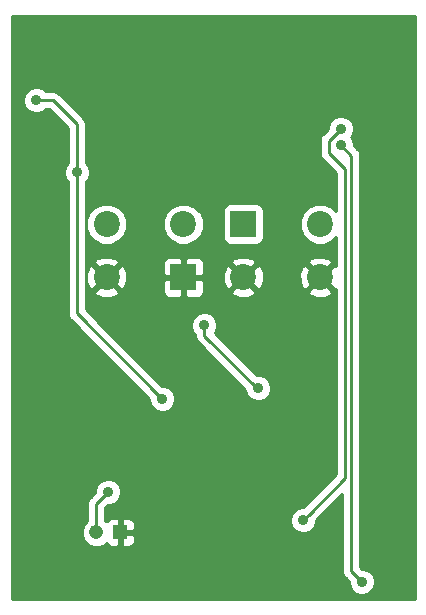
<source format=gbr>
G04 #@! TF.GenerationSoftware,KiCad,Pcbnew,(5.0.2)-1*
G04 #@! TF.CreationDate,2019-02-05T14:57:58-06:00*
G04 #@! TF.ProjectId,esp-8266-temp-sensor,6573702d-3832-4363-962d-74656d702d73,rev?*
G04 #@! TF.SameCoordinates,Original*
G04 #@! TF.FileFunction,Copper,L2,Bot*
G04 #@! TF.FilePolarity,Positive*
%FSLAX46Y46*%
G04 Gerber Fmt 4.6, Leading zero omitted, Abs format (unit mm)*
G04 Created by KiCad (PCBNEW (5.0.2)-1) date 2/5/2019 2:57:58 PM*
%MOMM*%
%LPD*%
G01*
G04 APERTURE LIST*
G04 #@! TA.AperFunction,ComponentPad*
%ADD10R,1.208000X1.208000*%
G04 #@! TD*
G04 #@! TA.AperFunction,ComponentPad*
%ADD11C,1.208000*%
G04 #@! TD*
G04 #@! TA.AperFunction,ComponentPad*
%ADD12C,2.200000*%
G04 #@! TD*
G04 #@! TA.AperFunction,ComponentPad*
%ADD13R,2.200000X2.200000*%
G04 #@! TD*
G04 #@! TA.AperFunction,ViaPad*
%ADD14C,0.914400*%
G04 #@! TD*
G04 #@! TA.AperFunction,Conductor*
%ADD15C,0.254000*%
G04 #@! TD*
G04 APERTURE END LIST*
D10*
G04 #@! TO.P,J2,1*
G04 #@! TO.N,GND*
X111490000Y-120650000D03*
D11*
G04 #@! TO.P,J2,2*
G04 #@! TO.N,Net-(D1-Pad2)*
X109490000Y-120650000D03*
G04 #@! TD*
D12*
G04 #@! TO.P,S1,3*
G04 #@! TO.N,Net-(R6-Pad2)*
X116840000Y-94560000D03*
G04 #@! TO.P,S1,4*
X110340000Y-94560000D03*
G04 #@! TO.P,S1,2*
G04 #@! TO.N,GND*
X110340000Y-99060000D03*
D13*
G04 #@! TO.P,S1,1*
X116840000Y-99060000D03*
G04 #@! TD*
G04 #@! TO.P,S2,1*
G04 #@! TO.N,Net-(C4-Pad1)*
X121920000Y-94560000D03*
D12*
G04 #@! TO.P,S2,2*
X128420000Y-94560000D03*
G04 #@! TO.P,S2,4*
G04 #@! TO.N,GND*
X128420000Y-99060000D03*
G04 #@! TO.P,S2,3*
X121920000Y-99060000D03*
G04 #@! TD*
D14*
G04 #@! TO.N,GND*
X103759000Y-80518000D03*
X103632000Y-87757000D03*
X117856000Y-114935000D03*
X132842000Y-78613000D03*
X120904000Y-103759000D03*
X104902000Y-103378000D03*
X127508000Y-110236000D03*
G04 #@! TO.N,Net-(D1-Pad2)*
X110490000Y-117221000D03*
G04 #@! TO.N,RXD*
X131953000Y-124841000D03*
G04 #@! TO.N,TXD*
X127000000Y-119634000D03*
X130175000Y-86487000D03*
G04 #@! TO.N,RXD*
X130175000Y-87884000D03*
G04 #@! TO.N,+3V3*
X115062000Y-109347000D03*
X107823000Y-90170000D03*
X104394000Y-84074000D03*
G04 #@! TO.N,SDA*
X118618000Y-103124000D03*
X123190000Y-108458000D03*
G04 #@! TD*
D15*
G04 #@! TO.N,+3V3*
X104394000Y-84074000D02*
X105791000Y-84074000D01*
X107823000Y-86106000D02*
X107823000Y-90170000D01*
X105791000Y-84074000D02*
X107823000Y-86106000D01*
X107823000Y-102108000D02*
X115062000Y-109347000D01*
X107823000Y-90170000D02*
X107823000Y-102108000D01*
G04 #@! TO.N,SDA*
X123063000Y-108458000D02*
X123190000Y-108458000D01*
X118618000Y-103124000D02*
X118618000Y-104013000D01*
X118618000Y-104013000D02*
X123063000Y-108458000D01*
G04 #@! TO.N,Net-(D1-Pad2)*
X109490000Y-118221000D02*
X110490000Y-117221000D01*
X109490000Y-118221000D02*
X109490000Y-120650000D01*
G04 #@! TO.N,TXD*
X127457199Y-119176801D02*
X127000000Y-119634000D01*
X130556000Y-116078000D02*
X127457199Y-119176801D01*
X130556000Y-89916000D02*
X130556000Y-116078000D01*
X129159000Y-88519000D02*
X130556000Y-89916000D01*
X130175000Y-86487000D02*
X129159000Y-87503000D01*
X129159000Y-87503000D02*
X129159000Y-88519000D01*
G04 #@! TO.N,RXD*
X131064000Y-123952000D02*
X131953000Y-124841000D01*
X130175000Y-87884000D02*
X131064000Y-88773000D01*
X131064000Y-88773000D02*
X131064000Y-123952000D01*
G04 #@! TD*
G04 #@! TO.N,GND*
G36*
X136450001Y-126290000D02*
X102310000Y-126290000D01*
X102310000Y-120403548D01*
X108251000Y-120403548D01*
X108251000Y-120896452D01*
X108439627Y-121351837D01*
X108788163Y-121700373D01*
X109243548Y-121889000D01*
X109736452Y-121889000D01*
X110191837Y-121700373D01*
X110327416Y-121564794D01*
X110347673Y-121613699D01*
X110526302Y-121792327D01*
X110759691Y-121889000D01*
X111204250Y-121889000D01*
X111363000Y-121730250D01*
X111363000Y-120777000D01*
X111617000Y-120777000D01*
X111617000Y-121730250D01*
X111775750Y-121889000D01*
X112220309Y-121889000D01*
X112453698Y-121792327D01*
X112632327Y-121613699D01*
X112729000Y-121380310D01*
X112729000Y-120935750D01*
X112570250Y-120777000D01*
X111617000Y-120777000D01*
X111363000Y-120777000D01*
X111343000Y-120777000D01*
X111343000Y-120523000D01*
X111363000Y-120523000D01*
X111363000Y-119569750D01*
X111617000Y-119569750D01*
X111617000Y-120523000D01*
X112570250Y-120523000D01*
X112729000Y-120364250D01*
X112729000Y-119919690D01*
X112632327Y-119686301D01*
X112453698Y-119507673D01*
X112234186Y-119416748D01*
X125907800Y-119416748D01*
X125907800Y-119851252D01*
X126074078Y-120252681D01*
X126381319Y-120559922D01*
X126782748Y-120726200D01*
X127217252Y-120726200D01*
X127618681Y-120559922D01*
X127925922Y-120252681D01*
X128092200Y-119851252D01*
X128092200Y-119619430D01*
X130302001Y-117409630D01*
X130302001Y-123876952D01*
X130287073Y-123952000D01*
X130302001Y-124027048D01*
X130346213Y-124249317D01*
X130514630Y-124501371D01*
X130578251Y-124543881D01*
X130860800Y-124826430D01*
X130860800Y-125058252D01*
X131027078Y-125459681D01*
X131334319Y-125766922D01*
X131735748Y-125933200D01*
X132170252Y-125933200D01*
X132571681Y-125766922D01*
X132878922Y-125459681D01*
X133045200Y-125058252D01*
X133045200Y-124623748D01*
X132878922Y-124222319D01*
X132571681Y-123915078D01*
X132170252Y-123748800D01*
X131938430Y-123748800D01*
X131826000Y-123636370D01*
X131826000Y-88848047D01*
X131840928Y-88773000D01*
X131787158Y-88502681D01*
X131781788Y-88475683D01*
X131613371Y-88223629D01*
X131549750Y-88181119D01*
X131267200Y-87898569D01*
X131267200Y-87666748D01*
X131100922Y-87265319D01*
X131021103Y-87185500D01*
X131100922Y-87105681D01*
X131267200Y-86704252D01*
X131267200Y-86269748D01*
X131100922Y-85868319D01*
X130793681Y-85561078D01*
X130392252Y-85394800D01*
X129957748Y-85394800D01*
X129556319Y-85561078D01*
X129249078Y-85868319D01*
X129082800Y-86269748D01*
X129082800Y-86501570D01*
X128673253Y-86911117D01*
X128609629Y-86953629D01*
X128441212Y-87205684D01*
X128397000Y-87427953D01*
X128397000Y-87427957D01*
X128382073Y-87503000D01*
X128397000Y-87578044D01*
X128397001Y-88443952D01*
X128382073Y-88519000D01*
X128397001Y-88594048D01*
X128441213Y-88816317D01*
X128609630Y-89068371D01*
X128673251Y-89110881D01*
X129794000Y-90231631D01*
X129794000Y-93480339D01*
X129402799Y-93089138D01*
X128765113Y-92825000D01*
X128074887Y-92825000D01*
X127437201Y-93089138D01*
X126949138Y-93577201D01*
X126685000Y-94214887D01*
X126685000Y-94905113D01*
X126949138Y-95542799D01*
X127437201Y-96030862D01*
X128074887Y-96295000D01*
X128765113Y-96295000D01*
X129402799Y-96030862D01*
X129794000Y-95639661D01*
X129794000Y-98074396D01*
X129644868Y-98014737D01*
X128599605Y-99060000D01*
X129644868Y-100105263D01*
X129794000Y-100045604D01*
X129794001Y-115762368D01*
X127014570Y-118541800D01*
X126782748Y-118541800D01*
X126381319Y-118708078D01*
X126074078Y-119015319D01*
X125907800Y-119416748D01*
X112234186Y-119416748D01*
X112220309Y-119411000D01*
X111775750Y-119411000D01*
X111617000Y-119569750D01*
X111363000Y-119569750D01*
X111204250Y-119411000D01*
X110759691Y-119411000D01*
X110526302Y-119507673D01*
X110347673Y-119686301D01*
X110327416Y-119735206D01*
X110252000Y-119659790D01*
X110252000Y-118536630D01*
X110475430Y-118313200D01*
X110707252Y-118313200D01*
X111108681Y-118146922D01*
X111415922Y-117839681D01*
X111582200Y-117438252D01*
X111582200Y-117003748D01*
X111415922Y-116602319D01*
X111108681Y-116295078D01*
X110707252Y-116128800D01*
X110272748Y-116128800D01*
X109871319Y-116295078D01*
X109564078Y-116602319D01*
X109397800Y-117003748D01*
X109397800Y-117235570D01*
X109004253Y-117629117D01*
X108940629Y-117671629D01*
X108772212Y-117923684D01*
X108728000Y-118145953D01*
X108728000Y-118145957D01*
X108713073Y-118221000D01*
X108728000Y-118296043D01*
X108728001Y-119659789D01*
X108439627Y-119948163D01*
X108251000Y-120403548D01*
X102310000Y-120403548D01*
X102310000Y-83856748D01*
X103301800Y-83856748D01*
X103301800Y-84291252D01*
X103468078Y-84692681D01*
X103775319Y-84999922D01*
X104176748Y-85166200D01*
X104611252Y-85166200D01*
X105012681Y-84999922D01*
X105176603Y-84836000D01*
X105475370Y-84836000D01*
X107061000Y-86421631D01*
X107061001Y-89387396D01*
X106897078Y-89551319D01*
X106730800Y-89952748D01*
X106730800Y-90387252D01*
X106897078Y-90788681D01*
X107061000Y-90952603D01*
X107061001Y-102032952D01*
X107046073Y-102108000D01*
X107105213Y-102405317D01*
X107218344Y-102574629D01*
X107273630Y-102657371D01*
X107337251Y-102699881D01*
X113969800Y-109332431D01*
X113969800Y-109564252D01*
X114136078Y-109965681D01*
X114443319Y-110272922D01*
X114844748Y-110439200D01*
X115279252Y-110439200D01*
X115680681Y-110272922D01*
X115987922Y-109965681D01*
X116154200Y-109564252D01*
X116154200Y-109129748D01*
X115987922Y-108728319D01*
X115680681Y-108421078D01*
X115279252Y-108254800D01*
X115047431Y-108254800D01*
X109699379Y-102906748D01*
X117525800Y-102906748D01*
X117525800Y-103341252D01*
X117692078Y-103742681D01*
X117856001Y-103906604D01*
X117856001Y-103937953D01*
X117841073Y-104013000D01*
X117856001Y-104088048D01*
X117900213Y-104310317D01*
X118068630Y-104562371D01*
X118132251Y-104604881D01*
X122097800Y-108570431D01*
X122097800Y-108675252D01*
X122264078Y-109076681D01*
X122571319Y-109383922D01*
X122972748Y-109550200D01*
X123407252Y-109550200D01*
X123808681Y-109383922D01*
X124115922Y-109076681D01*
X124282200Y-108675252D01*
X124282200Y-108240748D01*
X124115922Y-107839319D01*
X123808681Y-107532078D01*
X123407252Y-107365800D01*
X123048431Y-107365800D01*
X119484617Y-103801986D01*
X119543922Y-103742681D01*
X119710200Y-103341252D01*
X119710200Y-102906748D01*
X119543922Y-102505319D01*
X119236681Y-102198078D01*
X118835252Y-102031800D01*
X118400748Y-102031800D01*
X117999319Y-102198078D01*
X117692078Y-102505319D01*
X117525800Y-102906748D01*
X109699379Y-102906748D01*
X108585000Y-101792370D01*
X108585000Y-100284868D01*
X109294737Y-100284868D01*
X109405641Y-100562099D01*
X110051593Y-100805323D01*
X110741453Y-100782836D01*
X111274359Y-100562099D01*
X111385263Y-100284868D01*
X110340000Y-99239605D01*
X109294737Y-100284868D01*
X108585000Y-100284868D01*
X108585000Y-98771593D01*
X108594677Y-98771593D01*
X108617164Y-99461453D01*
X108837901Y-99994359D01*
X109115132Y-100105263D01*
X110160395Y-99060000D01*
X110519605Y-99060000D01*
X111564868Y-100105263D01*
X111842099Y-99994359D01*
X112085323Y-99348407D01*
X112085237Y-99345750D01*
X115105000Y-99345750D01*
X115105000Y-100286310D01*
X115201673Y-100519699D01*
X115380302Y-100698327D01*
X115613691Y-100795000D01*
X116554250Y-100795000D01*
X116713000Y-100636250D01*
X116713000Y-99187000D01*
X116967000Y-99187000D01*
X116967000Y-100636250D01*
X117125750Y-100795000D01*
X118066309Y-100795000D01*
X118299698Y-100698327D01*
X118478327Y-100519699D01*
X118575000Y-100286310D01*
X118575000Y-100284868D01*
X120874737Y-100284868D01*
X120985641Y-100562099D01*
X121631593Y-100805323D01*
X122321453Y-100782836D01*
X122854359Y-100562099D01*
X122965263Y-100284868D01*
X127374737Y-100284868D01*
X127485641Y-100562099D01*
X128131593Y-100805323D01*
X128821453Y-100782836D01*
X129354359Y-100562099D01*
X129465263Y-100284868D01*
X128420000Y-99239605D01*
X127374737Y-100284868D01*
X122965263Y-100284868D01*
X121920000Y-99239605D01*
X120874737Y-100284868D01*
X118575000Y-100284868D01*
X118575000Y-99345750D01*
X118416250Y-99187000D01*
X116967000Y-99187000D01*
X116713000Y-99187000D01*
X115263750Y-99187000D01*
X115105000Y-99345750D01*
X112085237Y-99345750D01*
X112062836Y-98658547D01*
X111842099Y-98125641D01*
X111564868Y-98014737D01*
X110519605Y-99060000D01*
X110160395Y-99060000D01*
X109115132Y-98014737D01*
X108837901Y-98125641D01*
X108594677Y-98771593D01*
X108585000Y-98771593D01*
X108585000Y-97835132D01*
X109294737Y-97835132D01*
X110340000Y-98880395D01*
X111385263Y-97835132D01*
X111384687Y-97833690D01*
X115105000Y-97833690D01*
X115105000Y-98774250D01*
X115263750Y-98933000D01*
X116713000Y-98933000D01*
X116713000Y-97483750D01*
X116967000Y-97483750D01*
X116967000Y-98933000D01*
X118416250Y-98933000D01*
X118575000Y-98774250D01*
X118575000Y-98771593D01*
X120174677Y-98771593D01*
X120197164Y-99461453D01*
X120417901Y-99994359D01*
X120695132Y-100105263D01*
X121740395Y-99060000D01*
X122099605Y-99060000D01*
X123144868Y-100105263D01*
X123422099Y-99994359D01*
X123665323Y-99348407D01*
X123646521Y-98771593D01*
X126674677Y-98771593D01*
X126697164Y-99461453D01*
X126917901Y-99994359D01*
X127195132Y-100105263D01*
X128240395Y-99060000D01*
X127195132Y-98014737D01*
X126917901Y-98125641D01*
X126674677Y-98771593D01*
X123646521Y-98771593D01*
X123642836Y-98658547D01*
X123422099Y-98125641D01*
X123144868Y-98014737D01*
X122099605Y-99060000D01*
X121740395Y-99060000D01*
X120695132Y-98014737D01*
X120417901Y-98125641D01*
X120174677Y-98771593D01*
X118575000Y-98771593D01*
X118575000Y-97835132D01*
X120874737Y-97835132D01*
X121920000Y-98880395D01*
X122965263Y-97835132D01*
X127374737Y-97835132D01*
X128420000Y-98880395D01*
X129465263Y-97835132D01*
X129354359Y-97557901D01*
X128708407Y-97314677D01*
X128018547Y-97337164D01*
X127485641Y-97557901D01*
X127374737Y-97835132D01*
X122965263Y-97835132D01*
X122854359Y-97557901D01*
X122208407Y-97314677D01*
X121518547Y-97337164D01*
X120985641Y-97557901D01*
X120874737Y-97835132D01*
X118575000Y-97835132D01*
X118575000Y-97833690D01*
X118478327Y-97600301D01*
X118299698Y-97421673D01*
X118066309Y-97325000D01*
X117125750Y-97325000D01*
X116967000Y-97483750D01*
X116713000Y-97483750D01*
X116554250Y-97325000D01*
X115613691Y-97325000D01*
X115380302Y-97421673D01*
X115201673Y-97600301D01*
X115105000Y-97833690D01*
X111384687Y-97833690D01*
X111274359Y-97557901D01*
X110628407Y-97314677D01*
X109938547Y-97337164D01*
X109405641Y-97557901D01*
X109294737Y-97835132D01*
X108585000Y-97835132D01*
X108585000Y-94214887D01*
X108605000Y-94214887D01*
X108605000Y-94905113D01*
X108869138Y-95542799D01*
X109357201Y-96030862D01*
X109994887Y-96295000D01*
X110685113Y-96295000D01*
X111322799Y-96030862D01*
X111810862Y-95542799D01*
X112075000Y-94905113D01*
X112075000Y-94214887D01*
X115105000Y-94214887D01*
X115105000Y-94905113D01*
X115369138Y-95542799D01*
X115857201Y-96030862D01*
X116494887Y-96295000D01*
X117185113Y-96295000D01*
X117822799Y-96030862D01*
X118310862Y-95542799D01*
X118575000Y-94905113D01*
X118575000Y-94214887D01*
X118310862Y-93577201D01*
X118193661Y-93460000D01*
X120172560Y-93460000D01*
X120172560Y-95660000D01*
X120221843Y-95907765D01*
X120362191Y-96117809D01*
X120572235Y-96258157D01*
X120820000Y-96307440D01*
X123020000Y-96307440D01*
X123267765Y-96258157D01*
X123477809Y-96117809D01*
X123618157Y-95907765D01*
X123667440Y-95660000D01*
X123667440Y-93460000D01*
X123618157Y-93212235D01*
X123477809Y-93002191D01*
X123267765Y-92861843D01*
X123020000Y-92812560D01*
X120820000Y-92812560D01*
X120572235Y-92861843D01*
X120362191Y-93002191D01*
X120221843Y-93212235D01*
X120172560Y-93460000D01*
X118193661Y-93460000D01*
X117822799Y-93089138D01*
X117185113Y-92825000D01*
X116494887Y-92825000D01*
X115857201Y-93089138D01*
X115369138Y-93577201D01*
X115105000Y-94214887D01*
X112075000Y-94214887D01*
X111810862Y-93577201D01*
X111322799Y-93089138D01*
X110685113Y-92825000D01*
X109994887Y-92825000D01*
X109357201Y-93089138D01*
X108869138Y-93577201D01*
X108605000Y-94214887D01*
X108585000Y-94214887D01*
X108585000Y-90952603D01*
X108748922Y-90788681D01*
X108915200Y-90387252D01*
X108915200Y-89952748D01*
X108748922Y-89551319D01*
X108585000Y-89387397D01*
X108585000Y-86181043D01*
X108599927Y-86106000D01*
X108585000Y-86030957D01*
X108585000Y-86030952D01*
X108540788Y-85808683D01*
X108372371Y-85556629D01*
X108308750Y-85514119D01*
X106382883Y-83588253D01*
X106340371Y-83524629D01*
X106088317Y-83356212D01*
X105866048Y-83312000D01*
X105866043Y-83312000D01*
X105791000Y-83297073D01*
X105715957Y-83312000D01*
X105176603Y-83312000D01*
X105012681Y-83148078D01*
X104611252Y-82981800D01*
X104176748Y-82981800D01*
X103775319Y-83148078D01*
X103468078Y-83455319D01*
X103301800Y-83856748D01*
X102310000Y-83856748D01*
X102310000Y-76910000D01*
X136450000Y-76910000D01*
X136450001Y-126290000D01*
X136450001Y-126290000D01*
G37*
X136450001Y-126290000D02*
X102310000Y-126290000D01*
X102310000Y-120403548D01*
X108251000Y-120403548D01*
X108251000Y-120896452D01*
X108439627Y-121351837D01*
X108788163Y-121700373D01*
X109243548Y-121889000D01*
X109736452Y-121889000D01*
X110191837Y-121700373D01*
X110327416Y-121564794D01*
X110347673Y-121613699D01*
X110526302Y-121792327D01*
X110759691Y-121889000D01*
X111204250Y-121889000D01*
X111363000Y-121730250D01*
X111363000Y-120777000D01*
X111617000Y-120777000D01*
X111617000Y-121730250D01*
X111775750Y-121889000D01*
X112220309Y-121889000D01*
X112453698Y-121792327D01*
X112632327Y-121613699D01*
X112729000Y-121380310D01*
X112729000Y-120935750D01*
X112570250Y-120777000D01*
X111617000Y-120777000D01*
X111363000Y-120777000D01*
X111343000Y-120777000D01*
X111343000Y-120523000D01*
X111363000Y-120523000D01*
X111363000Y-119569750D01*
X111617000Y-119569750D01*
X111617000Y-120523000D01*
X112570250Y-120523000D01*
X112729000Y-120364250D01*
X112729000Y-119919690D01*
X112632327Y-119686301D01*
X112453698Y-119507673D01*
X112234186Y-119416748D01*
X125907800Y-119416748D01*
X125907800Y-119851252D01*
X126074078Y-120252681D01*
X126381319Y-120559922D01*
X126782748Y-120726200D01*
X127217252Y-120726200D01*
X127618681Y-120559922D01*
X127925922Y-120252681D01*
X128092200Y-119851252D01*
X128092200Y-119619430D01*
X130302001Y-117409630D01*
X130302001Y-123876952D01*
X130287073Y-123952000D01*
X130302001Y-124027048D01*
X130346213Y-124249317D01*
X130514630Y-124501371D01*
X130578251Y-124543881D01*
X130860800Y-124826430D01*
X130860800Y-125058252D01*
X131027078Y-125459681D01*
X131334319Y-125766922D01*
X131735748Y-125933200D01*
X132170252Y-125933200D01*
X132571681Y-125766922D01*
X132878922Y-125459681D01*
X133045200Y-125058252D01*
X133045200Y-124623748D01*
X132878922Y-124222319D01*
X132571681Y-123915078D01*
X132170252Y-123748800D01*
X131938430Y-123748800D01*
X131826000Y-123636370D01*
X131826000Y-88848047D01*
X131840928Y-88773000D01*
X131787158Y-88502681D01*
X131781788Y-88475683D01*
X131613371Y-88223629D01*
X131549750Y-88181119D01*
X131267200Y-87898569D01*
X131267200Y-87666748D01*
X131100922Y-87265319D01*
X131021103Y-87185500D01*
X131100922Y-87105681D01*
X131267200Y-86704252D01*
X131267200Y-86269748D01*
X131100922Y-85868319D01*
X130793681Y-85561078D01*
X130392252Y-85394800D01*
X129957748Y-85394800D01*
X129556319Y-85561078D01*
X129249078Y-85868319D01*
X129082800Y-86269748D01*
X129082800Y-86501570D01*
X128673253Y-86911117D01*
X128609629Y-86953629D01*
X128441212Y-87205684D01*
X128397000Y-87427953D01*
X128397000Y-87427957D01*
X128382073Y-87503000D01*
X128397000Y-87578044D01*
X128397001Y-88443952D01*
X128382073Y-88519000D01*
X128397001Y-88594048D01*
X128441213Y-88816317D01*
X128609630Y-89068371D01*
X128673251Y-89110881D01*
X129794000Y-90231631D01*
X129794000Y-93480339D01*
X129402799Y-93089138D01*
X128765113Y-92825000D01*
X128074887Y-92825000D01*
X127437201Y-93089138D01*
X126949138Y-93577201D01*
X126685000Y-94214887D01*
X126685000Y-94905113D01*
X126949138Y-95542799D01*
X127437201Y-96030862D01*
X128074887Y-96295000D01*
X128765113Y-96295000D01*
X129402799Y-96030862D01*
X129794000Y-95639661D01*
X129794000Y-98074396D01*
X129644868Y-98014737D01*
X128599605Y-99060000D01*
X129644868Y-100105263D01*
X129794000Y-100045604D01*
X129794001Y-115762368D01*
X127014570Y-118541800D01*
X126782748Y-118541800D01*
X126381319Y-118708078D01*
X126074078Y-119015319D01*
X125907800Y-119416748D01*
X112234186Y-119416748D01*
X112220309Y-119411000D01*
X111775750Y-119411000D01*
X111617000Y-119569750D01*
X111363000Y-119569750D01*
X111204250Y-119411000D01*
X110759691Y-119411000D01*
X110526302Y-119507673D01*
X110347673Y-119686301D01*
X110327416Y-119735206D01*
X110252000Y-119659790D01*
X110252000Y-118536630D01*
X110475430Y-118313200D01*
X110707252Y-118313200D01*
X111108681Y-118146922D01*
X111415922Y-117839681D01*
X111582200Y-117438252D01*
X111582200Y-117003748D01*
X111415922Y-116602319D01*
X111108681Y-116295078D01*
X110707252Y-116128800D01*
X110272748Y-116128800D01*
X109871319Y-116295078D01*
X109564078Y-116602319D01*
X109397800Y-117003748D01*
X109397800Y-117235570D01*
X109004253Y-117629117D01*
X108940629Y-117671629D01*
X108772212Y-117923684D01*
X108728000Y-118145953D01*
X108728000Y-118145957D01*
X108713073Y-118221000D01*
X108728000Y-118296043D01*
X108728001Y-119659789D01*
X108439627Y-119948163D01*
X108251000Y-120403548D01*
X102310000Y-120403548D01*
X102310000Y-83856748D01*
X103301800Y-83856748D01*
X103301800Y-84291252D01*
X103468078Y-84692681D01*
X103775319Y-84999922D01*
X104176748Y-85166200D01*
X104611252Y-85166200D01*
X105012681Y-84999922D01*
X105176603Y-84836000D01*
X105475370Y-84836000D01*
X107061000Y-86421631D01*
X107061001Y-89387396D01*
X106897078Y-89551319D01*
X106730800Y-89952748D01*
X106730800Y-90387252D01*
X106897078Y-90788681D01*
X107061000Y-90952603D01*
X107061001Y-102032952D01*
X107046073Y-102108000D01*
X107105213Y-102405317D01*
X107218344Y-102574629D01*
X107273630Y-102657371D01*
X107337251Y-102699881D01*
X113969800Y-109332431D01*
X113969800Y-109564252D01*
X114136078Y-109965681D01*
X114443319Y-110272922D01*
X114844748Y-110439200D01*
X115279252Y-110439200D01*
X115680681Y-110272922D01*
X115987922Y-109965681D01*
X116154200Y-109564252D01*
X116154200Y-109129748D01*
X115987922Y-108728319D01*
X115680681Y-108421078D01*
X115279252Y-108254800D01*
X115047431Y-108254800D01*
X109699379Y-102906748D01*
X117525800Y-102906748D01*
X117525800Y-103341252D01*
X117692078Y-103742681D01*
X117856001Y-103906604D01*
X117856001Y-103937953D01*
X117841073Y-104013000D01*
X117856001Y-104088048D01*
X117900213Y-104310317D01*
X118068630Y-104562371D01*
X118132251Y-104604881D01*
X122097800Y-108570431D01*
X122097800Y-108675252D01*
X122264078Y-109076681D01*
X122571319Y-109383922D01*
X122972748Y-109550200D01*
X123407252Y-109550200D01*
X123808681Y-109383922D01*
X124115922Y-109076681D01*
X124282200Y-108675252D01*
X124282200Y-108240748D01*
X124115922Y-107839319D01*
X123808681Y-107532078D01*
X123407252Y-107365800D01*
X123048431Y-107365800D01*
X119484617Y-103801986D01*
X119543922Y-103742681D01*
X119710200Y-103341252D01*
X119710200Y-102906748D01*
X119543922Y-102505319D01*
X119236681Y-102198078D01*
X118835252Y-102031800D01*
X118400748Y-102031800D01*
X117999319Y-102198078D01*
X117692078Y-102505319D01*
X117525800Y-102906748D01*
X109699379Y-102906748D01*
X108585000Y-101792370D01*
X108585000Y-100284868D01*
X109294737Y-100284868D01*
X109405641Y-100562099D01*
X110051593Y-100805323D01*
X110741453Y-100782836D01*
X111274359Y-100562099D01*
X111385263Y-100284868D01*
X110340000Y-99239605D01*
X109294737Y-100284868D01*
X108585000Y-100284868D01*
X108585000Y-98771593D01*
X108594677Y-98771593D01*
X108617164Y-99461453D01*
X108837901Y-99994359D01*
X109115132Y-100105263D01*
X110160395Y-99060000D01*
X110519605Y-99060000D01*
X111564868Y-100105263D01*
X111842099Y-99994359D01*
X112085323Y-99348407D01*
X112085237Y-99345750D01*
X115105000Y-99345750D01*
X115105000Y-100286310D01*
X115201673Y-100519699D01*
X115380302Y-100698327D01*
X115613691Y-100795000D01*
X116554250Y-100795000D01*
X116713000Y-100636250D01*
X116713000Y-99187000D01*
X116967000Y-99187000D01*
X116967000Y-100636250D01*
X117125750Y-100795000D01*
X118066309Y-100795000D01*
X118299698Y-100698327D01*
X118478327Y-100519699D01*
X118575000Y-100286310D01*
X118575000Y-100284868D01*
X120874737Y-100284868D01*
X120985641Y-100562099D01*
X121631593Y-100805323D01*
X122321453Y-100782836D01*
X122854359Y-100562099D01*
X122965263Y-100284868D01*
X127374737Y-100284868D01*
X127485641Y-100562099D01*
X128131593Y-100805323D01*
X128821453Y-100782836D01*
X129354359Y-100562099D01*
X129465263Y-100284868D01*
X128420000Y-99239605D01*
X127374737Y-100284868D01*
X122965263Y-100284868D01*
X121920000Y-99239605D01*
X120874737Y-100284868D01*
X118575000Y-100284868D01*
X118575000Y-99345750D01*
X118416250Y-99187000D01*
X116967000Y-99187000D01*
X116713000Y-99187000D01*
X115263750Y-99187000D01*
X115105000Y-99345750D01*
X112085237Y-99345750D01*
X112062836Y-98658547D01*
X111842099Y-98125641D01*
X111564868Y-98014737D01*
X110519605Y-99060000D01*
X110160395Y-99060000D01*
X109115132Y-98014737D01*
X108837901Y-98125641D01*
X108594677Y-98771593D01*
X108585000Y-98771593D01*
X108585000Y-97835132D01*
X109294737Y-97835132D01*
X110340000Y-98880395D01*
X111385263Y-97835132D01*
X111384687Y-97833690D01*
X115105000Y-97833690D01*
X115105000Y-98774250D01*
X115263750Y-98933000D01*
X116713000Y-98933000D01*
X116713000Y-97483750D01*
X116967000Y-97483750D01*
X116967000Y-98933000D01*
X118416250Y-98933000D01*
X118575000Y-98774250D01*
X118575000Y-98771593D01*
X120174677Y-98771593D01*
X120197164Y-99461453D01*
X120417901Y-99994359D01*
X120695132Y-100105263D01*
X121740395Y-99060000D01*
X122099605Y-99060000D01*
X123144868Y-100105263D01*
X123422099Y-99994359D01*
X123665323Y-99348407D01*
X123646521Y-98771593D01*
X126674677Y-98771593D01*
X126697164Y-99461453D01*
X126917901Y-99994359D01*
X127195132Y-100105263D01*
X128240395Y-99060000D01*
X127195132Y-98014737D01*
X126917901Y-98125641D01*
X126674677Y-98771593D01*
X123646521Y-98771593D01*
X123642836Y-98658547D01*
X123422099Y-98125641D01*
X123144868Y-98014737D01*
X122099605Y-99060000D01*
X121740395Y-99060000D01*
X120695132Y-98014737D01*
X120417901Y-98125641D01*
X120174677Y-98771593D01*
X118575000Y-98771593D01*
X118575000Y-97835132D01*
X120874737Y-97835132D01*
X121920000Y-98880395D01*
X122965263Y-97835132D01*
X127374737Y-97835132D01*
X128420000Y-98880395D01*
X129465263Y-97835132D01*
X129354359Y-97557901D01*
X128708407Y-97314677D01*
X128018547Y-97337164D01*
X127485641Y-97557901D01*
X127374737Y-97835132D01*
X122965263Y-97835132D01*
X122854359Y-97557901D01*
X122208407Y-97314677D01*
X121518547Y-97337164D01*
X120985641Y-97557901D01*
X120874737Y-97835132D01*
X118575000Y-97835132D01*
X118575000Y-97833690D01*
X118478327Y-97600301D01*
X118299698Y-97421673D01*
X118066309Y-97325000D01*
X117125750Y-97325000D01*
X116967000Y-97483750D01*
X116713000Y-97483750D01*
X116554250Y-97325000D01*
X115613691Y-97325000D01*
X115380302Y-97421673D01*
X115201673Y-97600301D01*
X115105000Y-97833690D01*
X111384687Y-97833690D01*
X111274359Y-97557901D01*
X110628407Y-97314677D01*
X109938547Y-97337164D01*
X109405641Y-97557901D01*
X109294737Y-97835132D01*
X108585000Y-97835132D01*
X108585000Y-94214887D01*
X108605000Y-94214887D01*
X108605000Y-94905113D01*
X108869138Y-95542799D01*
X109357201Y-96030862D01*
X109994887Y-96295000D01*
X110685113Y-96295000D01*
X111322799Y-96030862D01*
X111810862Y-95542799D01*
X112075000Y-94905113D01*
X112075000Y-94214887D01*
X115105000Y-94214887D01*
X115105000Y-94905113D01*
X115369138Y-95542799D01*
X115857201Y-96030862D01*
X116494887Y-96295000D01*
X117185113Y-96295000D01*
X117822799Y-96030862D01*
X118310862Y-95542799D01*
X118575000Y-94905113D01*
X118575000Y-94214887D01*
X118310862Y-93577201D01*
X118193661Y-93460000D01*
X120172560Y-93460000D01*
X120172560Y-95660000D01*
X120221843Y-95907765D01*
X120362191Y-96117809D01*
X120572235Y-96258157D01*
X120820000Y-96307440D01*
X123020000Y-96307440D01*
X123267765Y-96258157D01*
X123477809Y-96117809D01*
X123618157Y-95907765D01*
X123667440Y-95660000D01*
X123667440Y-93460000D01*
X123618157Y-93212235D01*
X123477809Y-93002191D01*
X123267765Y-92861843D01*
X123020000Y-92812560D01*
X120820000Y-92812560D01*
X120572235Y-92861843D01*
X120362191Y-93002191D01*
X120221843Y-93212235D01*
X120172560Y-93460000D01*
X118193661Y-93460000D01*
X117822799Y-93089138D01*
X117185113Y-92825000D01*
X116494887Y-92825000D01*
X115857201Y-93089138D01*
X115369138Y-93577201D01*
X115105000Y-94214887D01*
X112075000Y-94214887D01*
X111810862Y-93577201D01*
X111322799Y-93089138D01*
X110685113Y-92825000D01*
X109994887Y-92825000D01*
X109357201Y-93089138D01*
X108869138Y-93577201D01*
X108605000Y-94214887D01*
X108585000Y-94214887D01*
X108585000Y-90952603D01*
X108748922Y-90788681D01*
X108915200Y-90387252D01*
X108915200Y-89952748D01*
X108748922Y-89551319D01*
X108585000Y-89387397D01*
X108585000Y-86181043D01*
X108599927Y-86106000D01*
X108585000Y-86030957D01*
X108585000Y-86030952D01*
X108540788Y-85808683D01*
X108372371Y-85556629D01*
X108308750Y-85514119D01*
X106382883Y-83588253D01*
X106340371Y-83524629D01*
X106088317Y-83356212D01*
X105866048Y-83312000D01*
X105866043Y-83312000D01*
X105791000Y-83297073D01*
X105715957Y-83312000D01*
X105176603Y-83312000D01*
X105012681Y-83148078D01*
X104611252Y-82981800D01*
X104176748Y-82981800D01*
X103775319Y-83148078D01*
X103468078Y-83455319D01*
X103301800Y-83856748D01*
X102310000Y-83856748D01*
X102310000Y-76910000D01*
X136450000Y-76910000D01*
X136450001Y-126290000D01*
G04 #@! TD*
M02*

</source>
